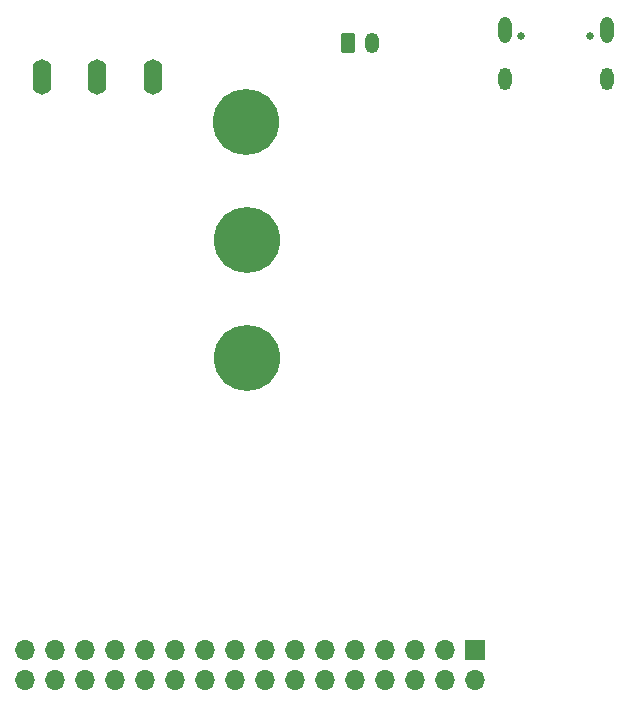
<source format=gbr>
%TF.GenerationSoftware,KiCad,Pcbnew,9.0.0*%
%TF.CreationDate,2025-03-28T23:25:53+02:00*%
%TF.ProjectId,EEE3088F_PCB_Project,45454533-3038-4384-965f-5043425f5072,rev?*%
%TF.SameCoordinates,Original*%
%TF.FileFunction,Soldermask,Bot*%
%TF.FilePolarity,Negative*%
%FSLAX46Y46*%
G04 Gerber Fmt 4.6, Leading zero omitted, Abs format (unit mm)*
G04 Created by KiCad (PCBNEW 9.0.0) date 2025-03-28 23:25:53*
%MOMM*%
%LPD*%
G01*
G04 APERTURE LIST*
G04 Aperture macros list*
%AMRoundRect*
0 Rectangle with rounded corners*
0 $1 Rounding radius*
0 $2 $3 $4 $5 $6 $7 $8 $9 X,Y pos of 4 corners*
0 Add a 4 corners polygon primitive as box body*
4,1,4,$2,$3,$4,$5,$6,$7,$8,$9,$2,$3,0*
0 Add four circle primitives for the rounded corners*
1,1,$1+$1,$2,$3*
1,1,$1+$1,$4,$5*
1,1,$1+$1,$6,$7*
1,1,$1+$1,$8,$9*
0 Add four rect primitives between the rounded corners*
20,1,$1+$1,$2,$3,$4,$5,0*
20,1,$1+$1,$4,$5,$6,$7,0*
20,1,$1+$1,$6,$7,$8,$9,0*
20,1,$1+$1,$8,$9,$2,$3,0*%
G04 Aperture macros list end*
%ADD10C,5.600000*%
%ADD11O,1.600000X3.000000*%
%ADD12RoundRect,0.250000X-0.350000X-0.625000X0.350000X-0.625000X0.350000X0.625000X-0.350000X0.625000X0*%
%ADD13O,1.200000X1.750000*%
%ADD14C,0.660400*%
%ADD15O,1.117600X2.209800*%
%ADD16O,1.117600X1.905000*%
%ADD17R,1.700000X1.700000*%
%ADD18O,1.700000X1.700000*%
G04 APERTURE END LIST*
D10*
%TO.C,H2*%
X142575000Y-71450000D03*
%TD*%
D11*
%TO.C,SW1*%
X134600000Y-57650000D03*
X129900000Y-57650000D03*
X125200000Y-57650000D03*
%TD*%
D12*
%TO.C,J3*%
X151150000Y-54750000D03*
D13*
X153150000Y-54750000D03*
%TD*%
D10*
%TO.C,H3*%
X142475000Y-61450000D03*
%TD*%
%TO.C,H1*%
X142575000Y-81400000D03*
%TD*%
D14*
%TO.C,J2*%
X165810001Y-54170700D03*
X171589999Y-54170700D03*
D15*
X164379998Y-53670700D03*
X173020002Y-53670700D03*
D16*
X164379968Y-57820700D03*
X173020032Y-57820700D03*
%TD*%
D17*
%TO.C,J1*%
X161875000Y-106160000D03*
D18*
X161875000Y-108700000D03*
X159335000Y-106160000D03*
X159335000Y-108700000D03*
X156795000Y-106160000D03*
X156795000Y-108700000D03*
X154255000Y-106160000D03*
X154255000Y-108700000D03*
X151715000Y-106160000D03*
X151715000Y-108700000D03*
X149175000Y-106160000D03*
X149175000Y-108700000D03*
X146635000Y-106160000D03*
X146635000Y-108700000D03*
X144095000Y-106160000D03*
X144095000Y-108700000D03*
X141555000Y-106160000D03*
X141555000Y-108700000D03*
X139015000Y-106160000D03*
X139015000Y-108700000D03*
X136475000Y-106160000D03*
X136475000Y-108700000D03*
X133935000Y-106160000D03*
X133935000Y-108700000D03*
X131395000Y-106160000D03*
X131395000Y-108700000D03*
X128855000Y-106160000D03*
X128855000Y-108700000D03*
X126315000Y-106160000D03*
X126315000Y-108700000D03*
X123775000Y-106160000D03*
X123775000Y-108700000D03*
%TD*%
M02*

</source>
